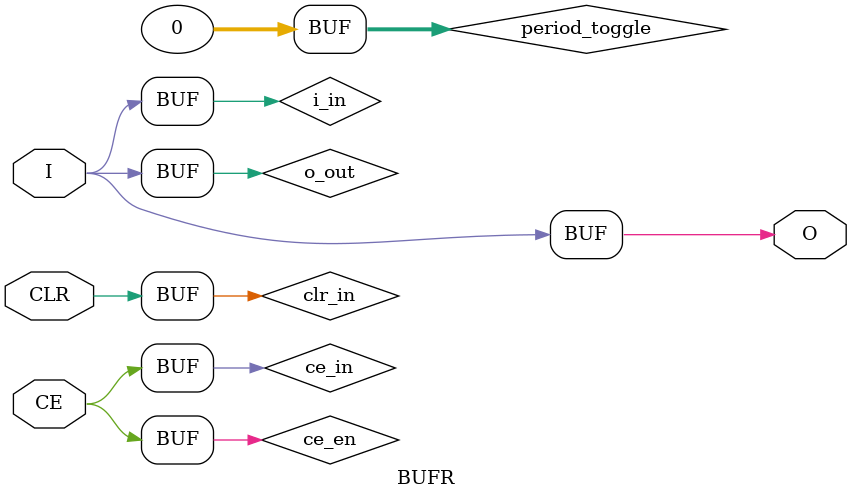
<source format=v>

`timescale  1 ps / 1 ps

`celldefine

module BUFR (O, CE, CLR, I);

    output O;

    input CE;
    input CLR;
    input I;

    parameter BUFR_DIVIDE = "BYPASS";
    parameter SIM_DEVICE = "7SERIES";


    integer count, period_toggle, half_period_toggle;    
    reg first_rise, half_period_done;
    reg notifier;
    reg  o_out_divide = 0;
    wire o_out;
    reg ce_enable1, ce_enable2, ce_enable3, ce_enable4;
    wire i_in, ce_in, clr_in, ce_en, i_ce;
    
    buf buf_i (i_in, I);
    buf buf_ce (ce_in, CE);
    buf buf_clr (clr_in, CLR);
    buf buf_o (O, o_out);

    initial begin
  case (BUFR_DIVIDE)
      "BYPASS" : period_toggle = 0;
      "1" : begin 
        period_toggle = 1;
        half_period_toggle = 1;
            end
      "2" : begin 
        period_toggle = 2;
        half_period_toggle = 2;
            end
      "3" : begin 
        period_toggle = 4;
        half_period_toggle = 2;
            end
      "4" : begin
        period_toggle = 4;
        half_period_toggle = 4;
      end
      "5" : begin 
        period_toggle = 6;
        half_period_toggle = 4;
      end
      "6" : begin 
        period_toggle = 6;
        half_period_toggle = 6;
      end
      "7" : begin 
        period_toggle = 8;
        half_period_toggle = 6;
      end
      "8" : begin 
        period_toggle = 8;
        half_period_toggle = 8;
            end
      default : begin 
              $display("Attribute Syntax Error : The attribute BUFR_DIVIDE on BUFR instance %m is set to %s.  Legal values for this attribute are BYPASS, 1, 2, 3, 4, 5, 6, 7 or 8.", BUFR_DIVIDE);
                    #1 $finish;
      end
  endcase // case(BUFR_DIVIDE)

        case (SIM_DEVICE)
           "VIRTEX4" : ;
           "VIRTEX5" : ;
           "VIRTEX6" : ;
           "7SERIES" : ;
      default : begin 
              $display("Attribute Syntax Error : The attribute SIM_DEVICE on BUFR instance %m is set to %s.  Legal values for this attribute are VIRTEX4 or VIRTEX5 or VIRTEX6 or 7SERIES.", SIM_DEVICE);
                    #1 $finish;
      end
        endcase 

    end // initial begin
        

    always @(negedge i_in) 
    begin
  ce_enable1 <= ce_in;
  ce_enable2 <= ce_enable1;
  ce_enable3 <= ce_enable2;
  ce_enable4 <= ce_enable3;
    end

    assign ce_en = ((SIM_DEVICE == "VIRTEX5") || (SIM_DEVICE == "VIRTEX6") || (SIM_DEVICE == "7SERIES")) ? ce_in :  ce_enable4;

    assign i_ce = i_in & ce_en;

  generate
    case (SIM_DEVICE)
    "VIRTEX4" : begin
        always @(i_in or ce_en)
            if (ce_en == 1'b1) begin
                if (i_in == 1'b1 && first_rise == 1'b1) begin
                    o_out_divide = 1'b1;
                    first_rise = 1'b0;
                end
                else if (count == half_period_toggle && half_period_done == 1'b0) begin
                    o_out_divide = ~o_out_divide;
                    half_period_done = 1'b1;
                    count = 0;  
                end
                else if (count == period_toggle && half_period_done == 1'b1) begin
                    o_out_divide = ~o_out_divide;
                    half_period_done = 1'b0;
                    count = 0;
                end
                if (first_rise == 1'b0)
                    count = count + 1;
            end // if (ce_in == 1'b1)
            else begin
                count = 0;
                first_rise = 1;
            end
    end
    "VIRTEX5","VIRTEX6","7SERIES" : begin
        always @(i_ce)
            begin 
                if (i_ce == 1'b1 && first_rise == 1'b1) begin
                    o_out_divide = 1'b1;
                    first_rise = 1'b0;
                end
                else if (count == half_period_toggle && half_period_done == 1'b0) begin
                    o_out_divide = ~o_out_divide;
                    half_period_done = 1'b1;
                    count = 0;  
                end
                else if (count == period_toggle && half_period_done == 1'b1) begin
                    o_out_divide = ~o_out_divide;
                    half_period_done = 1'b0;
                    count = 0;
                end
                if (first_rise == 1'b0) begin
                    count = count + 1;
                end // if (ce_in == 1'b1)
            end   
    end
    endcase
  endgenerate
    
    assign o_out = (period_toggle == 0) ? i_in : o_out_divide;
    
endmodule // BUFR

`endcelldefine

</source>
